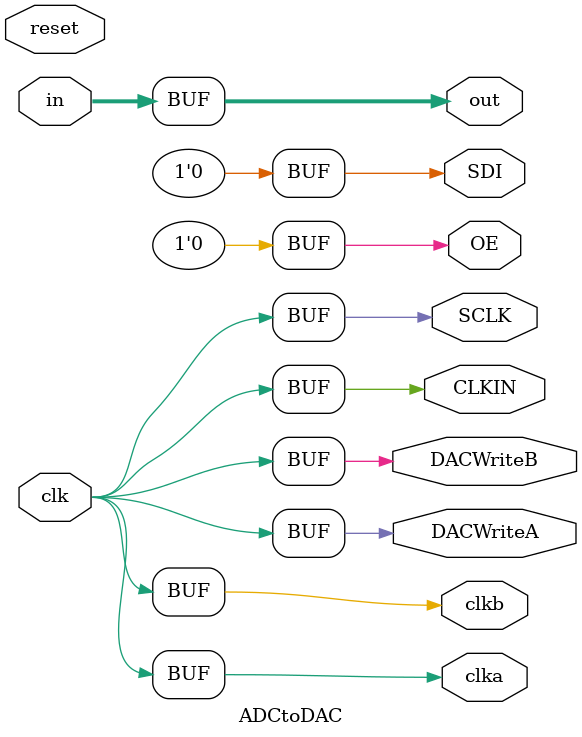
<source format=v>
`timescale 1ns / 1ps
module ADCtoDAC(
	 input clk,
    input reset,
    output [9:0] out,
	 output clka,
	 output clkb,
	 output DACWriteA,
	 output DACWriteB,
	 
	 input [9:0] in,
	 output SDI,
	 output CLKIN,
	 output OE,
	 output SCLK
    );

assign SDI = 1'b0;
assign OE =	1'b0;
assign CLKIN = clk;
assign SCLK = clk;

assign clka = clk;
assign clkb = clk;
assign DACWriteA = clk;
assign DACWriteB = clk;

assign out = in;

endmodule

</source>
